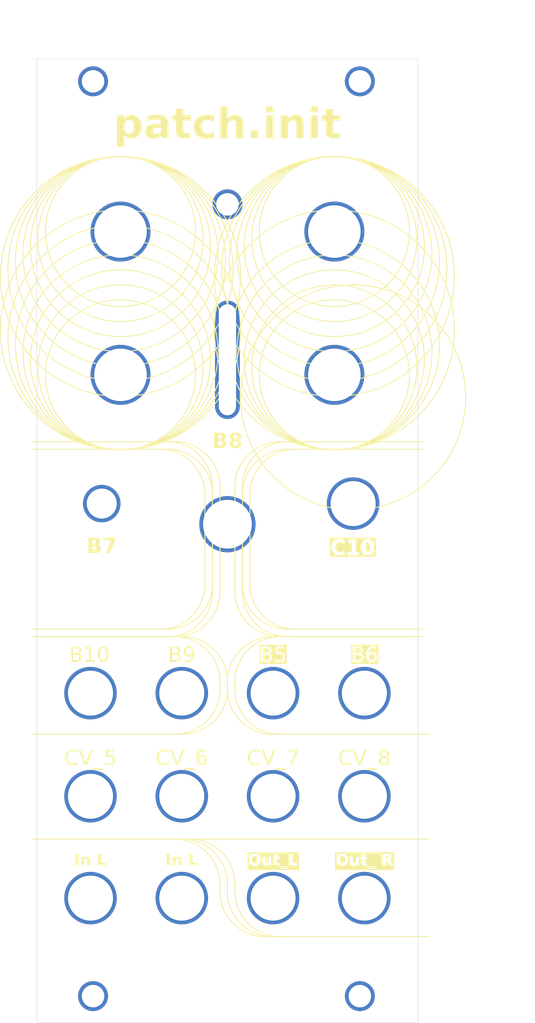
<source format=kicad_pcb>
(kicad_pcb (version 20240108) (generator "pcbnew") (generator_version "8.0")
  (layers (0 "F.Cu" signal "Top") (31 "B.Cu" signal "Bottom") (34 "B.Paste" user) (35 "F.Paste" user) (36 "B.SilkS" user "B.Silkscreen") (37 "F.SilkS" user "F.Silkscreen") (38 "B.Mask" user) (39 "F.Mask" user) (44 "Edge.Cuts" user))
  (net 0 "")
  (footprint "" (layer "F.Cu") (at 102.9011 86.897)
    (property "Reference" "" (at 0 0 0) (layer "F.SilkS") (effects (font (size 1.27 1.27))))
    (property "Value" "")
    (pad "" np_thru_hole oval (at -40.75 -6.0094 180) (size 3.3 15.8) (drill oval 2.3 14.8) (layers "F&B.Cu" "*.Mask"))
  )
  (gr_arc (start 59.150372 110.818) (mid 57.393013 115.060641) (end 53.150372 116.818) (stroke (width 0.12)) (layer "F.SilkS"))
  (gr_arc (start 64.150372 97.818) (mid 65.907731 93.575359) (end 70.150372 91.818) (stroke (width 0.12)) (layer "F.SilkS"))
  (gr_arc (start 55.150372 117.818) (mid 59.393013 119.575359) (end 61.150372 123.818) (stroke (width 0.12)) (layer "F.SilkS"))
  (gr_line (start 63.150372 123.818) (end 63.150372 124.818) (stroke (width 0.12)) (layer "F.SilkS"))
  (gr_arc (start 62.150372 123.818) (mid 63.907731 119.575359) (end 68.150372 117.818) (stroke (width 0.12)) (layer "F.SilkS"))
  (gr_arc (start 55.150372 144.818) (mid 59.393013 146.575359) (end 61.150372 150.818) (stroke (width 0.12)) (layer "F.SilkS"))
  (gr_line (start 63.150372 150.818) (end 63.150372 151.818) (stroke (width 0.12)) (layer "F.SilkS"))
  (gr_circle (center 76.4011 65.7878) (end 76.4011 53.7878) (stroke (width 0.12)) (fill none) (layer "F.SilkS"))
  (gr_line (start 55.150372 91.818) (end 36.150372 91.818) (stroke (width 0.12)) (layer "F.SilkS"))
  (gr_line (start 70.150372 92.818) (end 88.150372 92.818) (stroke (width 0.12)) (layer "F.SilkS"))
  (gr_line (start 70.150372 116.818) (end 88.150372 116.818) (stroke (width 0.12)) (layer "F.SilkS"))
  (gr_circle (center 47.9011 69.7878) (end 47.9011 53.7878) (stroke (width 0.12)) (fill none) (layer "F.SilkS"))
  (gr_line (start 64.150372 97.818) (end 64.150372 106.818) (stroke (width 0.12)) (layer "F.SilkS"))
  (gr_line (start 59.150372 98.818) (end 59.150372 106.818) (stroke (width 0.12)) (layer "F.SilkS"))
  (gr_arc (start 65.150372 98.818) (mid 66.907731 94.575359) (end 71.150372 92.818) (stroke (width 0.12)) (layer "F.SilkS"))
  (gr_arc (start 60.150372 111.818) (mid 58.393013 116.060641) (end 54.150372 117.818) (stroke (width 0.12)) (layer "F.SilkS"))
  (gr_circle (center 76.4011 67.7878) (end 76.4011 53.7878) (stroke (width 0.12)) (fill none) (layer "F.SilkS"))
  (gr_circle (center 47.9011 81.897) (end 47.9011 92.897) (stroke (width 0.12)) (fill none) (layer "F.SilkS"))
  (gr_line (start 55.150372 117.818) (end 36.150372 117.818) (stroke (width 0.12)) (layer "F.SilkS"))
  (gr_line (start 54.150372 92.818) (end 36.150372 92.818) (stroke (width 0.12)) (layer "F.SilkS"))
  (gr_line (start 67.150372 157.818) (end 89.150372 157.818) (stroke (width 0.12)) (layer "F.SilkS"))
  (gr_line (start 62.150372 123.818) (end 62.150372 124.818) (stroke (width 0.12)) (layer "F.SilkS"))
  (gr_circle (center 76.4011 68.7878) (end 76.4011 53.7878) (stroke (width 0.12)) (fill none) (layer "F.SilkS"))
  (gr_arc (start 56.150372 144.818) (mid 60.393013 146.575359) (end 62.150372 150.818) (stroke (width 0.12)) (layer "F.SilkS"))
  (gr_arc (start 55.150372 91.818) (mid 59.393013 93.575359) (end 61.150372 97.818) (stroke (width 0.12)) (layer "F.SilkS"))
  (gr_line (start 69.150372 117.818) (end 88.150372 117.818) (stroke (width 0.12)) (layer "F.SilkS"))
  (gr_arc (start 57.150372 144.818) (mid 61.393013 146.575359) (end 63.150372 150.818) (stroke (width 0.12)) (layer "F.SilkS"))
  (gr_line (start 60.150372 111.818) (end 60.150372 102.818) (stroke (width 0.12)) (layer "F.SilkS"))
  (gr_arc (start 61.150372 124.818) (mid 59.393013 129.060641) (end 55.150372 130.818) (stroke (width 0.12)) (layer "F.SilkS"))
  (gr_circle (center 76.4011 81.897) (end 76.4011 92.897) (stroke (width 0.12)) (fill none) (layer "F.SilkS"))
  (gr_line (start 61.150372 111.818) (end 61.150372 102.818) (stroke (width 0.12)) (layer "F.SilkS"))
  (gr_circle (center 76.4011 69.7878) (end 76.4011 53.7878) (stroke (width 0.12)) (fill none) (layer "F.SilkS"))
  (gr_circle (center 47.9011 67.7878) (end 47.9011 53.7878) (stroke (width 0.12)) (fill none) (layer "F.SilkS"))
  (gr_circle (center 47.9011 78.897) (end 47.9011 92.897) (stroke (width 0.12)) (fill none) (layer "F.SilkS"))
  (gr_arc (start 61.150372 111.818) (mid 59.393013 116.060641) (end 55.150372 117.818) (stroke (width 0.12)) (layer "F.SilkS"))
  (gr_arc (start 54.150372 91.818) (mid 58.393013 93.575359) (end 60.150372 97.818) (stroke (width 0.12)) (layer "F.SilkS"))
  (gr_circle (center 47.9011 80.897) (end 47.9011 92.897) (stroke (width 0.12)) (fill none) (layer "F.SilkS"))
  (gr_circle (center 47.9011 65.7878) (end 47.9011 53.7878) (stroke (width 0.12)) (fill none) (layer "F.SilkS"))
  (gr_circle (center 47.9011 79.897) (end 47.9011 92.897) (stroke (width 0.12)) (fill none) (layer "F.SilkS"))
  (gr_arc (start 69.150372 130.818) (mid 64.907731 129.060641) (end 63.150372 124.818) (stroke (width 0.12)) (layer "F.SilkS"))
  (gr_line (start 65.150372 110.818) (end 65.150372 102.818) (stroke (width 0.12)) (layer "F.SilkS"))
  (gr_circle (center 47.9011 66.7878) (end 47.9011 53.7878) (stroke (width 0.12)) (fill none) (layer "F.SilkS"))
  (gr_circle (center 47.9011 76.897) (end 47.9011 92.897) (stroke (width 0.12)) (fill none) (layer "F.SilkS"))
  (gr_line (start 63.150372 97.818) (end 63.150372 106.818) (stroke (width 0.12)) (layer "F.SilkS"))
  (gr_circle (center 47.9011 77.897) (end 47.9011 92.897) (stroke (width 0.12)) (fill none) (layer "F.SilkS"))
  (gr_line (start 59.150372 110.818) (end 59.150372 102.818) (stroke (width 0.12)) (layer "F.SilkS"))
  (gr_arc (start 69.150372 117.818) (mid 64.907731 116.060641) (end 63.150372 111.818) (stroke (width 0.12)) (layer "F.SilkS"))
  (gr_arc (start 60.150372 110.818) (mid 58.393013 115.060641) (end 54.150372 116.818) (stroke (width 0.12)) (layer "F.SilkS"))
  (gr_line (start 56.150372 130.818) (end 36.150372 130.818) (stroke (width 0.12)) (layer "F.SilkS"))
  (gr_line (start 64.150372 111.818) (end 64.150372 102.818) (stroke (width 0.12)) (layer "F.SilkS"))
  (gr_arc (start 70.150372 117.818) (mid 65.907731 116.060641) (end 64.150372 111.818) (stroke (width 0.12)) (layer "F.SilkS"))
  (gr_arc (start 68.150372 157.818) (mid 63.907731 156.060641) (end 62.150372 151.818) (stroke (width 0.12)) (layer "F.SilkS"))
  (gr_arc (start 63.150372 97.818) (mid 64.907731 93.575359) (end 69.150372 91.818) (stroke (width 0.12)) (layer "F.SilkS"))
  (gr_line (start 61.150372 97.818) (end 61.150372 106.818) (stroke (width 0.12)) (layer "F.SilkS"))
  (gr_line (start 54.150372 116.818) (end 36.150372 116.818) (stroke (width 0.12)) (layer "F.SilkS"))
  (gr_circle (center 47.9011 63.7878) (end 47.9011 53.7878) (stroke (width 0.12)) (fill none) (layer "F.SilkS"))
  (gr_circle (center 47.9011 64.7878) (end 47.9011 53.7878) (stroke (width 0.12)) (fill none) (layer "F.SilkS"))
  (gr_circle (center 76.4011 79.897) (end 76.4011 92.897) (stroke (width 0.12)) (fill none) (layer "F.SilkS"))
  (gr_line (start 63.150372 111.818) (end 63.150372 102.818) (stroke (width 0.12)) (layer "F.SilkS"))
  (gr_line (start 68.150372 130.818) (end 89.150372 130.818) (stroke (width 0.12)) (layer "F.SilkS"))
  (gr_arc (start 71.150372 116.818) (mid 66.907731 115.060641) (end 65.150372 110.818) (stroke (width 0.12)) (layer "F.SilkS"))
  (gr_circle (center 47.9011 82.897) (end 47.9011 92.897) (stroke (width 0.12)) (fill none) (layer "F.SilkS"))
  (gr_circle (center 47.9011 68.7878) (end 47.9011 53.7878) (stroke (width 0.12)) (fill none) (layer "F.SilkS"))
  (gr_line (start 60.150372 97.818) (end 60.150372 106.818) (stroke (width 0.12)) (layer "F.SilkS"))
  (gr_arc (start 56.150372 117.818) (mid 60.393013 119.575359) (end 62.150372 123.818) (stroke (width 0.12)) (layer "F.SilkS"))
  (gr_circle (center 78.9011 85.897) (end 78.9011 100.897) (stroke (width 0.12)) (fill none) (layer "F.SilkS"))
  (gr_line (start 65.150372 98.818) (end 65.150372 106.818) (stroke (width 0.12)) (layer "F.SilkS"))
  (gr_line (start 61.150372 123.818) (end 61.150372 124.818) (stroke (width 0.12)) (layer "F.SilkS"))
  (gr_arc (start 68.150372 130.818) (mid 63.907731 129.060641) (end 62.150372 124.818) (stroke (width 0.12)) (layer "F.SilkS"))
  (gr_circle (center 76.4011 64.7878) (end 76.4011 53.7878) (stroke (width 0.12)) (fill none) (layer "F.SilkS"))
  (gr_line (start 61.150372 150.818) (end 61.150372 151.818) (stroke (width 0.12)) (layer "F.SilkS"))
  (gr_arc (start 64.150372 98.818) (mid 65.907731 94.575359) (end 70.150372 92.818) (stroke (width 0.12)) (layer "F.SilkS"))
  (gr_arc (start 70.150372 116.818) (mid 65.907731 115.060641) (end 64.150372 110.818) (stroke (width 0.12)) (layer "F.SilkS"))
  (gr_line (start 36.150372 144.818) (end 89.150372 144.818) (stroke (width 0.12)) (layer "F.SilkS"))
  (gr_line (start 69.150372 91.818) (end 88.150372 91.818) (stroke (width 0.12)) (layer "F.SilkS"))
  (gr_circle (center 76.4011 63.7878) (end 76.4011 53.7878) (stroke (width 0.12)) (fill none) (layer "F.SilkS"))
  (gr_circle (center 76.4011 78.897) (end 76.4011 92.897) (stroke (width 0.12)) (fill none) (layer "F.SilkS"))
  (gr_arc (start 67.150372 157.818) (mid 62.907731 156.060641) (end 61.150372 151.818) (stroke (width 0.12)) (layer "F.SilkS"))
  (gr_circle (center 76.4011 66.7878) (end 76.4011 53.7878) (stroke (width 0.12)) (fill none) (layer "F.SilkS"))
  (gr_arc (start 69.150372 157.818) (mid 64.907731 156.060641) (end 63.150372 151.818) (stroke (width 0.12)) (layer "F.SilkS"))
  (gr_circle (center 76.4011 76.897) (end 76.4011 92.897) (stroke (width 0.12)) (fill none) (layer "F.SilkS"))
  (gr_arc (start 62.150372 124.818) (mid 60.393013 129.060641) (end 56.150372 130.818) (stroke (width 0.12)) (layer "F.SilkS"))
  (gr_arc (start 54.150372 92.818) (mid 58.393013 94.575359) (end 60.150372 98.818) (stroke (width 0.12)) (layer "F.SilkS"))
  (gr_arc (start 63.150372 123.818) (mid 64.907731 119.575359) (end 69.150372 117.818) (stroke (width 0.12)) (layer "F.SilkS"))
  (gr_arc (start 53.150372 92.818) (mid 57.393013 94.575359) (end 59.150372 98.818) (stroke (width 0.12)) (layer "F.SilkS"))
  (gr_line (start 62.150372 150.818) (end 62.150372 151.818) (stroke (width 0.12)) (layer "F.SilkS"))
  (gr_circle (center 76.4011 80.897) (end 76.4011 92.897) (stroke (width 0.12)) (fill none) (layer "F.SilkS"))
  (gr_circle (center 76.4011 82.897) (end 76.4011 92.897) (stroke (width 0.12)) (fill none) (layer "F.SilkS"))
  (gr_rect (start 36.7411 40.7536) (end 87.5411 169.2536) (stroke (width 0.05)) (fill none) (layer "Edge.Cuts"))
  (gr_text "Out_L" (at 68.2344 147.6858 0) (layer "F.SilkS" knockout) (effects (font (size 1.5 1.5) (thickness 0.3) (bold yes))))
  (gr_text "patch.init" (at 62.1511 49.6858 0) (layer "F.SilkS") (effects (font (size 4 4) (thickness 0.8) (bold yes))))
  (gr_text "B7" (at 45.4011 105.818 0) (layer "F.SilkS") (effects (font (size 2 2) (thickness 0.4) (bold yes))))
  (gr_text "B8" (at 62.150372 91.818 0) (layer "F.SilkS") (effects (font (size 2 2) (thickness 0.4) (bold yes))))
  (gr_text "CV_6" (at 56.0678 134.0977 0) (layer "F.SilkS") (effects (font (size 2 2))))
  (gr_text "CV_8" (at 80.4011 134.0977 0) (layer "F.SilkS") (effects (font (size 2 2))))
  (gr_text "B6" (at 80.4011 120.3477 0) (layer "F.SilkS" knockout) (effects (font (size 2 2))))
  (gr_text "B5" (at 68.2344 120.3477 0) (layer "F.SilkS" knockout) (effects (font (size 2 2))))
  (gr_text "Out_ R" (at 80.4011 147.6858 0) (layer "F.SilkS" knockout) (effects (font (size 1.5 1.5) (thickness 0.3) (bold yes))))
  (gr_text "In L" (at 56.0678 147.6858 0) (layer "F.SilkS") (effects (font (size 1.5 1.5) (thickness 0.3) (bold yes))))
  (gr_text "B9\n" (at 56.0678 120.3477 0) (layer "F.SilkS") (effects (font (size 2 2))))
  (gr_text "CV_5" (at 43.9011 134.0977 0) (layer "F.SilkS") (effects (font (size 2 2))))
  (gr_text "B10" (at 43.7411 120.3477 0) (layer "F.SilkS") (effects (font (size 2 2))))
  (gr_text "C10" (at 78.850372 106.068 0) (layer "F.SilkS" knockout) (effects (font (size 2 2) (thickness 0.4) (bold yes))))
  (gr_text "CV_7" (at 68.2344 134.0977 0) (layer "F.SilkS") (effects (font (size 2 2))))
  (gr_text "In L" (at 43.9011 147.6858 0) (layer "F.SilkS") (effects (font (size 1.5 1.5) (thickness 0.3) (bold yes))))
  (via (at 45.4011 100.068) (size 5) (drill 4) (layers "F.Cu" "B.Cu") (net 0))
  (via (at 76.4011 63.7878) (size 8) (drill 7) (layers "F.Cu" "B.Cu") (net 0))
  (via (at 44.2411 165.7536) (size 4) (drill 3) (layers "F.Cu" "B.Cu") (net 0))
  (via (at 43.9011 152.6858) (size 7) (drill 6) (layers "F.Cu" "B.Cu") (net 0))
  (via (at 79.8011 43.7536) (size 4) (drill 3) (layers "F.Cu" "B.Cu") (net 0))
  (via (at 47.9011 82.897) (size 8) (drill 7) (layers "F.Cu" "B.Cu") (net 0))
  (via (at 76.4011 82.897) (size 8) (drill 7) (layers "F.Cu" "B.Cu") (net 0))
  (via (at 56.0678 139.0977) (size 7) (drill 6) (layers "F.Cu" "B.Cu") (net 0))
  (via (at 80.4011 139.0977) (size 7) (drill 6) (layers "F.Cu" "B.Cu") (net 0))
  (via (at 68.2344 152.6858) (size 7) (drill 6) (layers "F.Cu" "B.Cu") (net 0))
  (via (at 56.0678 125.3477) (size 7) (drill 6) (layers "F.Cu" "B.Cu") (net 0))
  (via (at 79.8011 165.7536) (size 4) (drill 3) (layers "F.Cu" "B.Cu") (net 0))
  (via (at 62.150372 102.818) (size 7.5) (drill 6.5) (layers "F.Cu" "B.Cu") (net 0))
  (via (at 43.9011 125.3477) (size 7) (drill 6) (layers "F.Cu" "B.Cu") (net 0))
  (via (at 78.9011 100.068) (size 7) (drill 6) (layers "F.Cu" "B.Cu") (net 0))
  (via (at 62.1511 60.1597) (size 4) (drill 3) (layers "F.Cu" "B.Cu") (net 0))
  (via (at 47.9011 63.7878) (size 8) (drill 7) (layers "F.Cu" "B.Cu") (net 0))
  (via (at 80.4011 125.3477) (size 7) (drill 6) (layers "F.Cu" "B.Cu") (net 0))
  (via (at 56.0678 152.6858) (size 7) (drill 6) (layers "F.Cu" "B.Cu") (net 0))
  (via (at 44.2411 43.7536) (size 4) (drill 3) (layers "F.Cu" "B.Cu") (net 0))
  (via (at 43.9011 139.0977) (size 7) (drill 6) (layers "F.Cu" "B.Cu") (net 0))
  (via (at 68.2344 139.0977) (size 7) (drill 6) (layers "F.Cu" "B.Cu") (net 0))
  (via (at 68.2344 125.3477) (size 7) (drill 6) (layers "F.Cu" "B.Cu") (net 0))
  (via (at 80.4011 152.6858) (size 7) (drill 6) (layers "F.Cu" "B.Cu") (net 0))
)
</source>
